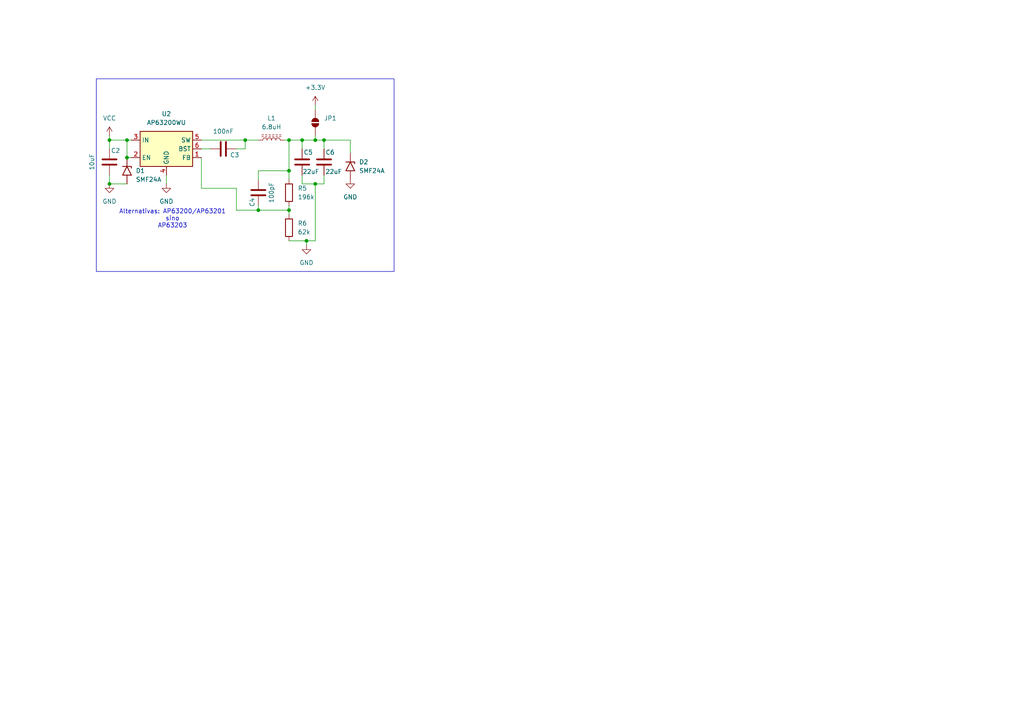
<source format=kicad_sch>
(kicad_sch (version 20250114) (generator "eeschema") (generator_version "9.0")
  (paper "A4")
  (lib_symbols
    (symbol "Device:C" (pin_numbers (hide yes)) (pin_names (offset 0.254))
      (property "Reference" "C" (at 0.635 2.54 0))
      (property "Value" "C" (at 0.635 -2.54 0))
      (symbol "C_0_1"
        (polyline (pts (xy -2.032 0.762) (xy 2.032 0.762)) (stroke (width 0.508)))
        (polyline (pts (xy -2.032 -0.762) (xy 2.032 -0.762)) (stroke (width 0.508)))
      )
      (symbol "C_1_1"
        (pin passive line (at 0 3.81 270) (length 2.794) (name "~") (number "1"))
        (pin passive line (at 0 -3.81 90) (length 2.794) (name "~") (number "2"))
      )
    )
    (symbol "Device:L_Ferrite" (pin_numbers (hide yes)) (pin_names (offset 1.016) (hide yes))
      (property "Reference" "L" (at -1.27 0 90))
      (property "Value" "L_Ferrite" (at 2.794 0 90))
      (symbol "L_Ferrite_0_1"
        (arc (start 0 2.54) (mid 0.6323 1.905) (end 0 1.27))
        (arc (start 0 1.27) (mid 0.6323 0.635) (end 0 0))
        (arc (start 0 0) (mid 0.6323 -0.635) (end 0 -1.27))
        (arc (start 0 -1.27) (mid 0.6323 -1.905) (end 0 -2.54))
        (polyline (pts (xy 1.016 2.286) (xy 1.016 2.794)))
        (polyline (pts (xy 1.016 1.27) (xy 1.016 1.778)))
        (polyline (pts (xy 1.016 0.254) (xy 1.016 0.762)))
        (polyline (pts (xy 1.016 -0.762) (xy 1.016 -0.254)))
        (polyline (pts (xy 1.016 -1.778) (xy 1.016 -1.27)))
        (polyline (pts (xy 1.016 -2.794) (xy 1.016 -2.286)))
        (polyline (pts (xy 1.524 2.794) (xy 1.524 2.286)))
        (polyline (pts (xy 1.524 1.778) (xy 1.524 1.27)))
        (polyline (pts (xy 1.524 0.762) (xy 1.524 0.254)))
        (polyline (pts (xy 1.524 -0.254) (xy 1.524 -0.762)))
        (polyline (pts (xy 1.524 -1.27) (xy 1.524 -1.778)))
        (polyline (pts (xy 1.524 -2.286) (xy 1.524 -2.794)))
      )
      (symbol "L_Ferrite_1_1"
        (pin passive line (at 0 3.81 270) (length 1.27) (name "1") (number "1"))
        (pin passive line (at 0 -3.81 90) (length 1.27) (name "2") (number "2"))
      )
    )
    (symbol "Device:R" (pin_numbers (hide yes)) (pin_names (offset 0))
      (property "Reference" "R" (at 2.032 0 90))
      (property "Value" "R" (at 0 0 90))
      (symbol "R_0_1"
        (rectangle (start -1.016 -2.54) (end 1.016 2.54) (stroke (width 0.254)))
      )
      (symbol "R_1_1"
        (pin passive line (at 0 3.81 270) (length 1.27) (name "~") (number "1"))
        (pin passive line (at 0 -3.81 90) (length 1.27) (name "~") (number "2"))
      )
    )
    (symbol "Diode:SMF24A" (pin_numbers (hide yes)) (pin_names (offset 1.016) (hide yes))
      (property "Reference" "D" (at 0 2.54 0))
      (property "Value" "SMF24A" (at 0 -2.54 0))
      (symbol "SMF24A_0_1"
        (polyline (pts (xy -0.762 1.27) (xy -1.27 1.27) (xy -1.27 -1.27)) (stroke (width 0.254)))
        (polyline (pts (xy 1.27 1.27) (xy 1.27 -1.27) (xy -1.27 0) (xy 1.27 1.27)) (stroke (width 0.254)))
      )
      (symbol "SMF24A_1_1"
        (pin passive line (at -3.81 0 0) (length 2.54) (name "A1") (number "1"))
        (pin passive line (at 3.81 0 180) (length 2.54) (name "A2") (number "2"))
      )
    )
    (symbol "Jumper:SolderJumper_2_Open" (pin_numbers (hide yes)) (pin_names (offset 0) (hide yes)) (in_bom no)
      (property "Reference" "JP" (at 0 2.032 0))
      (property "Value" "SolderJumper_2_Open" (at 0 -2.54 0))
      (symbol "SolderJumper_2_Open_0_1"
        (polyline (pts (xy -0.254 1.016) (xy -0.254 -1.016)))
        (arc (start -0.254 -1.016) (mid -1.2656 0) (end -0.254 1.016))
        (arc (start -0.254 -1.016) (mid -1.2656 0) (end -0.254 1.016) (fill (type outline)))
        (arc (start 0.254 1.016) (mid 1.2656 0) (end 0.254 -1.016))
        (arc (start 0.254 1.016) (mid 1.2656 0) (end 0.254 -1.016) (fill (type outline)))
        (polyline (pts (xy 0.254 1.016) (xy 0.254 -1.016)))
      )
      (symbol "SolderJumper_2_Open_1_1"
        (pin passive line (at -3.81 0 0) (length 2.54) (name "A") (number "1"))
        (pin passive line (at 3.81 0 180) (length 2.54) (name "B") (number "2"))
      )
    )
    (symbol "Regulator_Switching:AP63200WU"
      (property "Reference" "U" (at -7.62 6.35 0))
      (property "Value" "AP63200WU" (at 2.54 6.35 0))
      (symbol "AP63200WU_0_1"
        (rectangle (start -7.62 5.08) (end 7.62 -5.08) (stroke (width 0.254)) (fill (type background)))
      )
      (symbol "AP63200WU_1_1"
        (pin power_in line (at -10.16 2.54 0) (length 2.54) (name "IN") (number "3"))
        (pin input line (at -10.16 -2.54 0) (length 2.54) (name "EN") (number "2"))
        (pin power_in line (at 0 -7.62 90) (length 2.54) (name "GND") (number "4"))
        (pin output line (at 10.16 2.54 180) (length 2.54) (name "SW") (number "5"))
        (pin passive line (at 10.16 0 180) (length 2.54) (name "BST") (number "6"))
        (pin input line (at 10.16 -2.54 180) (length 2.54) (name "FB") (number "1"))
      )
    )
    (symbol "power:+3.3V" (power) (pin_numbers (hide yes)) (pin_names (offset 0) (hide yes))
      (property "Value" "+3.3V" (at 0 3.556 0))
      (symbol "+3.3V_0_1"
        (polyline (pts (xy -0.762 1.27) (xy 0 2.54)))
        (polyline (pts (xy 0 2.54) (xy 0.762 1.27)))
        (polyline (pts (xy 0 0) (xy 0 2.54)))
      )
      (symbol "+3.3V_1_1"
        (pin power_in line (at 0 0 90) (length 0) (name "~") (number "1"))
      )
    )
    (symbol "power:GND" (power) (pin_numbers (hide yes)) (pin_names (offset 0) (hide yes))
      (property "Value" "GND" (at 0 -3.81 0))
      (symbol "GND_0_1"
        (polyline (pts (xy 0 0) (xy 0 -1.27) (xy 1.27 -1.27) (xy 0 -2.54) (xy -1.27 -1.27) (xy 0 -1.27)))
      )
      (symbol "GND_1_1"
        (pin power_in line (at 0 0 270) (length 0) (name "~") (number "1"))
      )
    )
    (symbol "power:VCC" (power) (pin_numbers (hide yes)) (pin_names (offset 0) (hide yes))
      (property "Value" "VCC" (at 0 3.556 0))
      (symbol "VCC_0_1"
        (polyline (pts (xy -0.762 1.27) (xy 0 2.54)))
        (polyline (pts (xy 0 2.54) (xy 0.762 1.27)))
        (polyline (pts (xy 0 0) (xy 0 2.54)))
      )
      (symbol "VCC_1_1"
        (pin power_in line (at 0 0 90) (length 0) (name "~") (number "1"))
      )
    )
  )
  (rectangle (start 27.94 22.86) (end 114.3 78.74))
  (text "Alternativas: AP63200/AP63201\nsino\nAP63203" (at 50.038 63.5 0) (effects (font (size 1.27 1.27))))
  (junction (at 88.9 69.85))
  (junction (at 83.82 40.64))
  (junction (at 36.83 45.72))
  (junction (at 31.75 40.64))
  (junction (at 91.44 40.64))
  (junction (at 83.82 49.53))
  (junction (at 36.83 40.64))
  (junction (at 91.44 53.34))
  (junction (at 71.12 40.64))
  (junction (at 74.93 60.96))
  (junction (at 93.98 40.64))
  (junction (at 83.82 60.96))
  (junction (at 87.63 40.64))
  (junction (at 31.75 53.34))
  (wire (pts (xy 74.93 60.96) (xy 83.82 60.96)))
  (wire (pts (xy 74.93 59.69) (xy 74.93 60.96)))
  (wire (pts (xy 83.82 60.96) (xy 83.82 62.23)))
  (wire (pts (xy 87.63 53.34) (xy 87.63 50.8)))
  (wire (pts (xy 68.58 54.61) (xy 58.42 54.61)))
  (wire (pts (xy 83.82 40.64) (xy 87.63 40.64)))
  (wire (pts (xy 36.83 45.72) (xy 36.83 40.64)))
  (wire (pts (xy 93.98 40.64) (xy 93.98 43.18)))
  (wire (pts (xy 101.6 40.64) (xy 93.98 40.64)))
  (wire (pts (xy 91.44 40.64) (xy 93.98 40.64)))
  (wire (pts (xy 83.82 49.53) (xy 83.82 52.07)))
  (wire (pts (xy 91.44 30.48) (xy 91.44 31.75)))
  (wire (pts (xy 31.75 50.8) (xy 31.75 53.34)))
  (wire (pts (xy 38.1 45.72) (xy 36.83 45.72)))
  (wire (pts (xy 71.12 40.64) (xy 74.93 40.64)))
  (wire (pts (xy 91.44 53.34) (xy 91.44 69.85)))
  (wire (pts (xy 31.75 40.64) (xy 36.83 40.64)))
  (wire (pts (xy 83.82 40.64) (xy 83.82 49.53)))
  (wire (pts (xy 48.26 50.8) (xy 48.26 53.34)))
  (wire (pts (xy 91.44 53.34) (xy 87.63 53.34)))
  (wire (pts (xy 82.55 40.64) (xy 83.82 40.64)))
  (wire (pts (xy 93.98 53.34) (xy 91.44 53.34)))
  (wire (pts (xy 88.9 69.85) (xy 91.44 69.85)))
  (wire (pts (xy 83.82 69.85) (xy 88.9 69.85)))
  (wire (pts (xy 74.93 52.07) (xy 74.93 49.53)))
  (wire (pts (xy 68.58 43.18) (xy 71.12 43.18)))
  (wire (pts (xy 101.6 44.45) (xy 101.6 40.64)))
  (wire (pts (xy 58.42 43.18) (xy 60.96 43.18)))
  (wire (pts (xy 87.63 40.64) (xy 87.63 43.18)))
  (wire (pts (xy 31.75 39.37) (xy 31.75 40.64)))
  (wire (pts (xy 87.63 40.64) (xy 91.44 40.64)))
  (wire (pts (xy 31.75 53.34) (xy 36.83 53.34)))
  (wire (pts (xy 31.75 40.64) (xy 31.75 43.18)))
  (wire (pts (xy 36.83 40.64) (xy 38.1 40.64)))
  (wire (pts (xy 58.42 40.64) (xy 71.12 40.64)))
  (wire (pts (xy 88.9 69.85) (xy 88.9 71.12)))
  (wire (pts (xy 93.98 50.8) (xy 93.98 53.34)))
  (wire (pts (xy 68.58 60.96) (xy 74.93 60.96)))
  (wire (pts (xy 74.93 49.53) (xy 83.82 49.53)))
  (wire (pts (xy 71.12 43.18) (xy 71.12 40.64)))
  (wire (pts (xy 58.42 54.61) (xy 58.42 45.72)))
  (wire (pts (xy 91.44 39.37) (xy 91.44 40.64)))
  (wire (pts (xy 68.58 54.61) (xy 68.58 60.96)))
  (wire (pts (xy 83.82 59.69) (xy 83.82 60.96)))
  (symbol (lib_id "power:GND") (at 48.26 53.34 0) (unit 1)
    (property "Reference" "#PWR020" (effects (hide yes)))
    (property "Value" "GND" (at 48.26 58.42 0))
    (property "Description" "Power symbol creates a global label with name \"GND\" , ground" (effects (hide yes)))
    (instances (project "" (path "" (reference "#PWR020") (unit 1))) (project "NIVARA_ZorionX_BOARD" (path "" (reference "#PWR?") (unit 1))))
  )
  (symbol (lib_id "power:GND") (at 88.9 71.12 0) (unit 1)
    (property "Reference" "#PWR021" (effects (hide yes)))
    (property "Value" "GND" (at 88.9 76.2 0))
    (property "Description" "Power symbol creates a global label with name \"GND\" , ground" (effects (hide yes)))
    (instances (project "NIVARA" (path "" (reference "#PWR021") (unit 1))) (project "NIVARA_ZorionX_BOARD" (path "" (reference "#PWR?") (unit 1))))
  )
  (symbol (lib_id "Device:C") (at 74.93 55.88 0) (unit 1)
    (property "Reference" "C4" (at 73.152 58.674 90))
    (property "Value" "100pF" (at 78.74 55.88 90))
    (property "Footprint" "Capacitor_SMD:C_0805_2012Metric" (effects (hide yes)))
    (property "Description" "Unpolarized capacitor" (effects (hide yes)))
    (instances (project "NIVARA" (path "" (reference "C4") (unit 1))) (project "NIVARA_ZorionX_BOARD" (path "" (reference "C?") (unit 1))))
  )
  (symbol (lib_id "Device:C") (at 87.63 46.99 180) (unit 1)
    (property "Reference" "C5" (at 89.408 44.196 0))
    (property "Value" "22uF" (at 90.17 49.784 0))
    (property "Footprint" "Capacitor_SMD:C_0805_2012Metric" (effects (hide yes)))
    (property "Description" "Unpolarized capacitor" (effects (hide yes)))
    (instances (project "NIVARA" (path "" (reference "C5") (unit 1))) (project "NIVARA_ZorionX_BOARD" (path "" (reference "C?") (unit 1))))
  )
  (symbol (lib_id "Regulator_Switching:AP63200WU") (at 48.26 43.18 0) (unit 1)
    (property "Reference" "U2" (at 48.26 33.02 0))
    (property "Value" "AP63200WU" (at 48.26 35.56 0))
    (property "Footprint" "Package_TO_SOT_SMD:TSOT-23-6" (effects (hide yes)))
    (property "Datasheet" "https://www.diodes.com/assets/Datasheets/AP63200-AP63201-AP63203-AP63205.pdf" (effects (hide yes)))
    (property "Description" "2A, 500kHz Buck DC/DC Converter, adjustable output voltage, TSOT-23-6" (effects (hide yes)))
    (instances (project "" (path "" (reference "U2") (unit 1))) (project "NIVARA_ZorionX_BOARD" (path "" (reference "U?") (unit 1))))
  )
  (symbol (lib_id "power:+3.3V") (at 91.44 30.48 0) (unit 1)
    (property "Reference" "#PWR022" (effects (hide yes)))
    (property "Value" "+3.3V" (at 91.44 25.4 0))
    (property "Description" "Power symbol creates a global label with name \"+3.3V\"" (effects (hide yes)))
    (instances (project "" (path "" (reference "#PWR022") (unit 1))) (project "NIVARA_ZorionX_BOARD" (path "" (reference "#PWR?") (unit 1))))
  )
  (symbol (lib_id "Device:R") (at 83.82 66.04 0) (unit 1)
    (property "Reference" "R6" (at 86.36 64.7699 0) (effects (justify left)))
    (property "Value" "62k" (at 86.36 67.3099 0) (effects (justify left)))
    (property "Footprint" "Resistor_SMD:R_0603_1608Metric" (effects (hide yes)))
    (property "Description" "Resistor" (effects (hide yes)))
    (instances (project "NIVARA" (path "" (reference "R6") (unit 1))) (project "NIVARA_ZorionX_BOARD" (path "" (reference "R?") (unit 1))))
  )
  (symbol (lib_id "Device:R") (at 83.82 55.88 0) (unit 1)
    (property "Reference" "R5" (at 86.36 54.6099 0) (effects (justify left)))
    (property "Value" "196k" (at 86.36 57.1499 0) (effects (justify left)))
    (property "Footprint" "Resistor_SMD:R_0603_1608Metric" (effects (hide yes)))
    (property "Description" "Resistor" (effects (hide yes)))
    (instances (project "" (path "" (reference "R5") (unit 1))) (project "NIVARA_ZorionX_BOARD" (path "" (reference "R?") (unit 1))))
  )
  (symbol (lib_id "power:GND") (at 31.75 53.34 0) (unit 1)
    (property "Reference" "#PWR019" (effects (hide yes)))
    (property "Value" "GND" (at 31.75 58.42 0))
    (property "Description" "Power symbol creates a global label with name \"GND\" , ground" (effects (hide yes)))
    (instances (project "NIVARA" (path "" (reference "#PWR019") (unit 1))) (project "NIVARA_ZorionX_BOARD" (path "" (reference "#PWR?") (unit 1))))
  )
  (symbol (lib_id "Diode:SMF24A") (at 36.83 49.53 270) (unit 1)
    (property "Reference" "D1" (at 39.37 49.53 90) (effects (justify left)))
    (property "Value" "SMF24A" (at 39.37 52.07 90) (effects (justify left)))
    (property "Footprint" "Diode_SMD:D_SMF" (effects (hide yes)))
    (property "Datasheet" "https://www.vishay.com/doc?85881" (effects (hide yes)))
    (property "Description" "200W unidirectional Transil Transient Voltage Suppressor, 24Vrwm, SMF" (effects (hide yes)))
    (instances (project "NIVARA" (path "" (reference "D1") (unit 1))) (project "NIVARA_ZorionX_BOARD" (path "" (reference "D?") (unit 1))))
  )
  (symbol (lib_id "Device:C") (at 64.77 43.18 90) (unit 1)
    (property "Reference" "C3" (at 68.072 44.958 90))
    (property "Value" "100nF" (at 64.77 38.1 90))
    (property "Footprint" "Capacitor_SMD:C_0805_2012Metric" (effects (hide yes)))
    (property "Description" "Unpolarized capacitor" (effects (hide yes)))
    (instances (project "" (path "" (reference "C3") (unit 1))) (project "NIVARA_ZorionX_BOARD" (path "" (reference "C?") (unit 1))))
  )
  (symbol (lib_id "power:VCC") (at 31.75 39.37 0) (unit 1)
    (property "Reference" "#PWR018" (effects (hide yes)))
    (property "Value" "VCC" (at 31.75 34.29 0))
    (property "Description" "Power symbol creates a global label with name \"VCC\"" (effects (hide yes)))
    (instances (project "" (path "" (reference "#PWR018") (unit 1))) (project "NIVARA_ZorionX_BOARD" (path "" (reference "#PWR?") (unit 1))))
  )
  (symbol (lib_id "Device:C") (at 93.98 46.99 180) (unit 1)
    (property "Reference" "C6" (at 95.758 44.196 0))
    (property "Value" "22uF" (at 96.774 49.784 0))
    (property "Footprint" "Capacitor_SMD:C_0805_2012Metric" (effects (hide yes)))
    (property "Description" "Unpolarized capacitor" (effects (hide yes)))
    (instances (project "NIVARA" (path "" (reference "C6") (unit 1))) (project "NIVARA_ZorionX_BOARD" (path "" (reference "C?") (unit 1))))
  )
  (symbol (lib_id "Diode:SMF24A") (at 101.6 48.26 270) (unit 1)
    (property "Reference" "D2" (at 104.14 46.9899 90) (effects (justify left)))
    (property "Value" "SMF24A" (at 104.14 49.5299 90) (effects (justify left)))
    (property "Footprint" "Diode_SMD:D_SMF" (effects (hide yes)))
    (property "Datasheet" "https://www.vishay.com/doc?85881" (effects (hide yes)))
    (property "Description" "200W unidirectional Transil Transient Voltage Suppressor, 24Vrwm, SMF" (effects (hide yes)))
    (instances (project "" (path "" (reference "D2") (unit 1))) (project "NIVARA_ZorionX_BOARD" (path "" (reference "D?") (unit 1))))
  )
  (symbol (lib_id "power:GND") (at 101.6 52.07 0) (unit 1)
    (property "Reference" "#PWR023" (effects (hide yes)))
    (property "Value" "GND" (at 101.6 57.15 0))
    (property "Description" "Power symbol creates a global label with name \"GND\" , ground" (effects (hide yes)))
    (instances (project "NIVARA" (path "" (reference "#PWR023") (unit 1))) (project "NIVARA_ZorionX_BOARD" (path "" (reference "#PWR?") (unit 1))))
  )
  (symbol (lib_id "Device:C") (at 31.75 46.99 180) (unit 1)
    (property "Reference" "C2" (at 33.528 43.688 0))
    (property "Value" "10uF" (at 26.67 46.99 90))
    (property "Footprint" "Capacitor_SMD:C_0805_2012Metric" (effects (hide yes)))
    (property "Description" "Unpolarized capacitor" (effects (hide yes)))
    (property "Voltage" "50V" (effects (hide yes)))
    (instances (project "NIVARA" (path "" (reference "C2") (unit 1))) (project "NIVARA_ZorionX_BOARD" (path "" (reference "C?") (unit 1))))
  )
  (symbol (lib_id "Jumper:SolderJumper_2_Open") (at 91.44 35.56 90) (unit 1) (in_bom no)
    (property "Reference" "JP1" (at 93.98 34.2899 90) (effects (justify right)))
    (property "Value" "SolderJumper_2_Open" (effects (hide yes)))
    (property "Footprint" "Jumper:SolderJumper-2_P1.3mm_Open_RoundedPad1.0x1.5mm" (effects (hide yes)))
    (property "Description" "Solder Jumper, 2-pole, open" (effects (hide yes)))
    (instances (project "" (path "" (reference "JP1") (unit 1))) (project "NIVARA_ZorionX_BOARD" (path "" (reference "JP?") (unit 1))))
  )
  (symbol (lib_id "Device:L_Ferrite") (at 78.74 40.64 90) (unit 1)
    (property "Reference" "L1" (at 78.74 34.29 90))
    (property "Value" "6.8uH" (at 78.74 36.83 90))
    (property "Footprint" "Inductor_SMD:L_1206_3216Metric" (effects (hide yes)))
    (property "Description" "Inductor with ferrite core" (effects (hide yes)))
    (instances (project "" (path "" (reference "L1") (unit 1))) (project "NIVARA_ZorionX_BOARD" (path "" (reference "L?") (unit 1))))
  )
)
</source>
